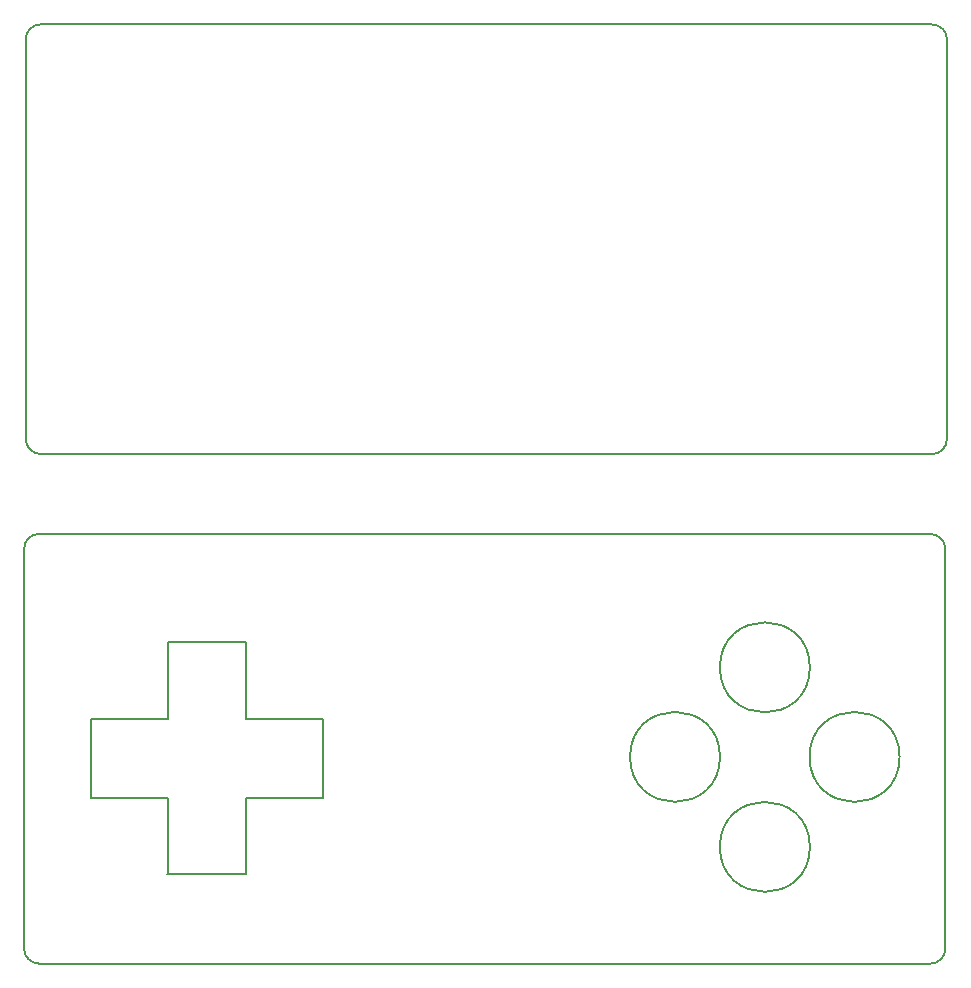
<source format=gbr>
G04 #@! TF.GenerationSoftware,KiCad,Pcbnew,5.0.2+dfsg1-1~bpo9+1*
G04 #@! TF.CreationDate,2019-06-02T18:57:07+01:00*
G04 #@! TF.ProjectId,ds_button_gamepad,64735f62-7574-4746-9f6e-5f67616d6570,rev?*
G04 #@! TF.SameCoordinates,Original*
G04 #@! TF.FileFunction,Profile,NP*
%FSLAX46Y46*%
G04 Gerber Fmt 4.6, Leading zero omitted, Abs format (unit mm)*
G04 Created by KiCad (PCBNEW 5.0.2+dfsg1-1~bpo9+1) date Sun 02 Jun 2019 18:57:07 BST*
%MOMM*%
%LPD*%
G01*
G04 APERTURE LIST*
%ADD10C,0.150000*%
%ADD11C,0.200000*%
G04 APERTURE END LIST*
D10*
X131445000Y-130835400D02*
G75*
G02X130175000Y-132105400I-1270000J0D01*
G01*
X54724300Y-132105400D02*
G75*
G02X53441600Y-130822700I0J1282700D01*
G01*
D11*
X127571500Y-114604800D02*
G75*
G03X127571500Y-114604800I-3810000J0D01*
G01*
D10*
X130175000Y-132105400D02*
X54724300Y-132105400D01*
X72263000Y-111391700D02*
X78765400Y-111391700D01*
X72250300Y-104902000D02*
X72250300Y-111391700D01*
X65595500Y-111391700D02*
X65595500Y-104889300D01*
X65595500Y-104889300D02*
X72250300Y-104889300D01*
X65595500Y-111391700D02*
X59093100Y-111391700D01*
X65595500Y-118059200D02*
X59093100Y-118059200D01*
X65595500Y-118059200D02*
X65595500Y-124561600D01*
X72263000Y-118059200D02*
X72263000Y-124561600D01*
X53441600Y-97002600D02*
G75*
G02X54711600Y-95732600I1270000J0D01*
G01*
X54711600Y-95732600D02*
X130187700Y-95732600D01*
D11*
X119976900Y-122224800D02*
G75*
G03X119976900Y-122224800I-3810000J0D01*
G01*
X119976900Y-107022900D02*
G75*
G03X119976900Y-107022900I-3810000J0D01*
G01*
X112369600Y-114604800D02*
G75*
G03X112369600Y-114604800I-3810000J0D01*
G01*
D10*
X53441600Y-130822700D02*
X53441600Y-96989900D01*
X130175000Y-95732600D02*
G75*
G02X131445000Y-97002600I0J-1270000D01*
G01*
X59093100Y-118059200D02*
X59093100Y-111404400D01*
X78765400Y-111391700D02*
X78765400Y-118059200D01*
X65570100Y-124523500D02*
X72237600Y-124523500D01*
X72263000Y-118059200D02*
X78765400Y-118059200D01*
X131445000Y-97002600D02*
X131445000Y-130822700D01*
X54851300Y-52590700D02*
X130327400Y-52590700D01*
X53581300Y-87680800D02*
X53581300Y-53848000D01*
X130314700Y-88963500D02*
X54864000Y-88963500D01*
X131584700Y-53860700D02*
X131584700Y-87680800D01*
X130314700Y-52590700D02*
G75*
G02X131584700Y-53860700I0J-1270000D01*
G01*
X131584700Y-87693500D02*
G75*
G02X130314700Y-88963500I-1270000J0D01*
G01*
X54864000Y-88963500D02*
G75*
G02X53581300Y-87680800I0J1282700D01*
G01*
X53581300Y-53860700D02*
G75*
G02X54851300Y-52590700I1270000J0D01*
G01*
M02*

</source>
